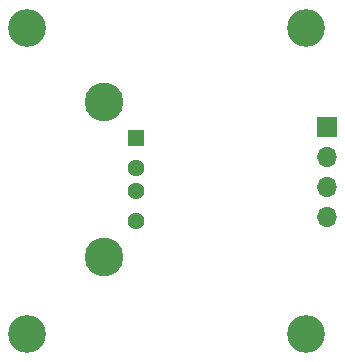
<source format=gbr>
%TF.GenerationSoftware,KiCad,Pcbnew,(6.0.0)*%
%TF.CreationDate,2022-01-04T00:39:42-05:00*%
%TF.ProjectId,wii mini usb esd board,77696920-6d69-46e6-9920-757362206573,rev?*%
%TF.SameCoordinates,Original*%
%TF.FileFunction,Soldermask,Bot*%
%TF.FilePolarity,Negative*%
%FSLAX46Y46*%
G04 Gerber Fmt 4.6, Leading zero omitted, Abs format (unit mm)*
G04 Created by KiCad (PCBNEW (6.0.0)) date 2022-01-04 00:39:42*
%MOMM*%
%LPD*%
G01*
G04 APERTURE LIST*
%ADD10R,1.700000X1.700000*%
%ADD11O,1.700000X1.700000*%
%ADD12R,1.428000X1.428000*%
%ADD13C,1.428000*%
%ADD14C,3.276000*%
%ADD15C,3.200000*%
G04 APERTURE END LIST*
D10*
%TO.C,J2*%
X137668000Y-84582000D03*
D11*
X137668000Y-87122000D03*
X137668000Y-89662000D03*
X137668000Y-92202000D03*
%TD*%
D12*
%TO.C,J1*%
X121511500Y-85492500D03*
D13*
X121511500Y-87992500D03*
X121511500Y-89992500D03*
X121511500Y-92492500D03*
D14*
X118801500Y-82422500D03*
X118801500Y-95562500D03*
%TD*%
D15*
%TO.C,H3*%
X135890000Y-102108000D03*
%TD*%
%TO.C,H4*%
X135890000Y-76124000D03*
%TD*%
%TO.C,H2*%
X112268000Y-76124000D03*
%TD*%
%TO.C,H1*%
X112268000Y-102108000D03*
%TD*%
M02*

</source>
